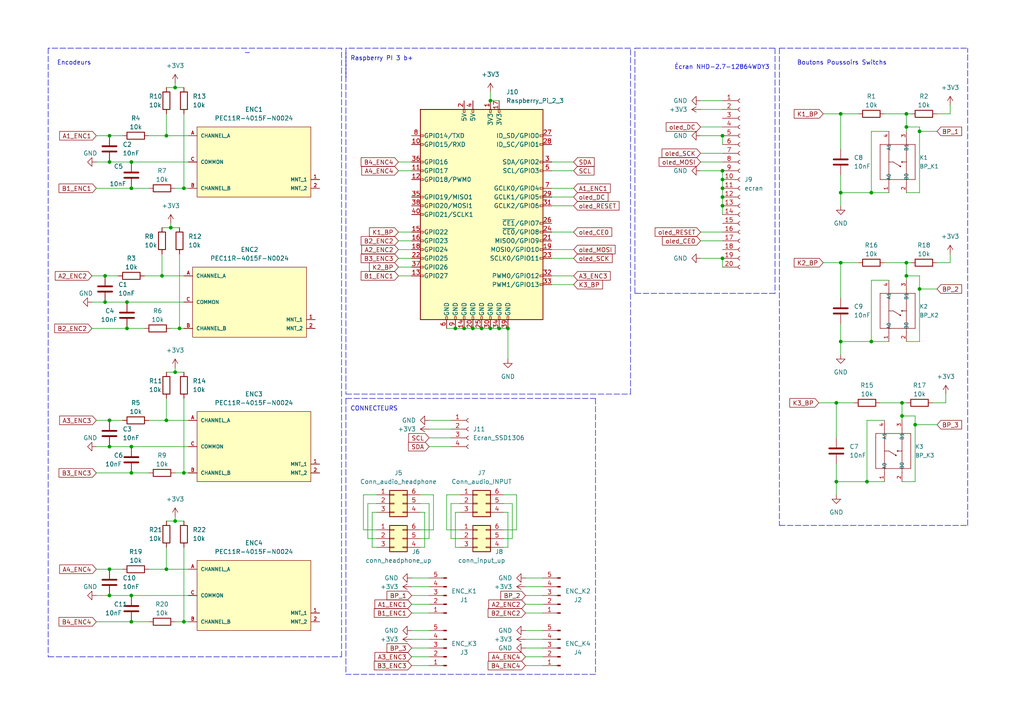
<source format=kicad_sch>
(kicad_sch (version 20211123) (generator eeschema)
  (paper "A4")
  (title_block (title "Syst Shield") (date "2022-05-24") (company "Damien Skoraki _  Les Usines"))
  (junction (at 242.57 116.84))
  (junction (at 243.84 99.06))
  (junction (at 38.1 46.99))
  (junction (at 261.62 120.65))
  (junction (at 30.48 80.01))
  (junction (at 209.55 54.61))
  (junction (at 262.89 36.83))
  (junction (at 144.78 95.25))
  (junction (at 209.55 49.53))
  (junction (at 251.46 139.7))
  (junction (at 48.26 39.37))
  (junction (at 38.1 137.16))
  (junction (at 53.34 180.34))
  (junction (at 209.55 59.69))
  (junction (at 48.26 121.92))
  (junction (at 243.84 55.88))
  (junction (at 31.75 172.72))
  (junction (at 134.62 95.25))
  (junction (at 147.32 95.25))
  (junction (at 30.48 87.63))
  (junction (at 50.8 151.13))
  (junction (at 262.89 76.2))
  (junction (at 252.73 55.88))
  (junction (at 142.24 95.25))
  (junction (at 31.75 165.1))
  (junction (at 265.43 123.19))
  (junction (at 31.75 46.99))
  (junction (at 46.99 80.01))
  (junction (at 209.55 39.37))
  (junction (at 261.62 116.84))
  (junction (at 252.73 99.06))
  (junction (at 209.55 52.07))
  (junction (at 142.24 29.21))
  (junction (at 50.8 25.4))
  (junction (at 209.55 74.93))
  (junction (at 52.07 95.25))
  (junction (at 50.8 107.95))
  (junction (at 38.1 172.72))
  (junction (at 49.53 66.04))
  (junction (at 31.75 121.92))
  (junction (at 209.55 57.15))
  (junction (at 38.1 180.34))
  (junction (at 242.57 139.7))
  (junction (at 36.83 95.25))
  (junction (at 38.1 54.61))
  (junction (at 266.7 38.1))
  (junction (at 243.84 33.02))
  (junction (at 31.75 129.54))
  (junction (at 137.16 95.25))
  (junction (at 48.26 165.1))
  (junction (at 38.1 129.54))
  (junction (at 53.34 54.61))
  (junction (at 53.34 137.16))
  (junction (at 262.89 80.01))
  (junction (at 262.89 33.02))
  (junction (at 243.84 76.2))
  (junction (at 132.08 95.25))
  (junction (at 36.83 87.63))
  (junction (at 266.7 83.82))
  (junction (at 31.75 39.37))
  (junction (at 139.7 95.25))
  (wire (pts (xy 133.35 143.51) (xy 129.54 143.51)))
  (wire (pts (xy 252.73 38.1) (xy 257.81 38.1)))
  (wire (pts (xy 152.4 170.18) (xy 157.48 170.18)))
  (wire (pts (xy 266.7 83.82) (xy 266.7 80.01)))
  (wire (pts (xy 124.46 124.46) (xy 130.81 124.46)))
  (wire (pts (xy 251.46 139.7) (xy 251.46 121.92)))
  (wire (pts (xy 243.84 76.2) (xy 248.92 76.2)))
  (wire (pts (xy 266.7 38.1) (xy 266.7 36.83)))
  (wire (pts (xy 132.08 95.25) (xy 134.62 95.25)))
  (wire (pts (xy 38.1 172.72) (xy 54.61 172.72)))
  (polyline (pts (xy 226.06 152.4) (xy 280.67 152.4)))
  (wire (pts (xy 31.75 39.37) (xy 35.56 39.37)))
  (wire (pts (xy 50.8 151.13) (xy 53.34 151.13)))
  (wire (pts (xy 152.4 167.64) (xy 157.48 167.64)))
  (wire (pts (xy 105.41 153.67) (xy 109.22 153.67)))
  (polyline (pts (xy 99.06 13.97) (xy 13.97 13.97)))
  (wire (pts (xy 257.81 99.06) (xy 252.73 99.06)))
  (wire (pts (xy 203.2 39.37) (xy 209.55 39.37)))
  (wire (pts (xy 115.57 67.31) (xy 119.38 67.31)))
  (wire (pts (xy 242.57 127) (xy 242.57 116.84)))
  (polyline (pts (xy 172.72 195.58) (xy 100.33 195.58)))
  (wire (pts (xy 38.1 46.99) (xy 54.61 46.99)))
  (wire (pts (xy 53.34 33.02) (xy 53.34 54.61)))
  (wire (pts (xy 115.57 69.85) (xy 119.38 69.85)))
  (wire (pts (xy 129.54 95.25) (xy 132.08 95.25)))
  (wire (pts (xy 50.8 24.13) (xy 50.8 25.4)))
  (wire (pts (xy 107.95 148.59) (xy 107.95 158.75)))
  (wire (pts (xy 256.54 139.7) (xy 251.46 139.7)))
  (polyline (pts (xy 71.12 15.24) (xy 72.39 15.24)))
  (wire (pts (xy 115.57 80.01) (xy 119.38 80.01)))
  (wire (pts (xy 38.1 129.54) (xy 54.61 129.54)))
  (wire (pts (xy 129.54 153.67) (xy 133.35 153.67)))
  (wire (pts (xy 105.41 143.51) (xy 105.41 153.67)))
  (wire (pts (xy 137.16 95.25) (xy 139.7 95.25)))
  (wire (pts (xy 144.78 95.25) (xy 147.32 95.25)))
  (wire (pts (xy 48.26 39.37) (xy 54.61 39.37)))
  (wire (pts (xy 146.05 156.21) (xy 148.59 156.21)))
  (polyline (pts (xy 13.97 190.5) (xy 99.06 190.5)))
  (polyline (pts (xy 13.97 13.97) (xy 13.97 190.5)))
  (wire (pts (xy 48.26 107.95) (xy 50.8 107.95)))
  (wire (pts (xy 271.78 76.2) (xy 275.59 76.2)))
  (wire (pts (xy 27.94 39.37) (xy 31.75 39.37)))
  (wire (pts (xy 146.05 158.75) (xy 147.32 158.75)))
  (wire (pts (xy 31.75 172.72) (xy 38.1 172.72)))
  (polyline (pts (xy 182.88 13.97) (xy 100.33 13.97)))
  (wire (pts (xy 203.2 69.85) (xy 209.55 69.85)))
  (wire (pts (xy 237.49 116.84) (xy 242.57 116.84)))
  (wire (pts (xy 243.84 86.36) (xy 243.84 76.2)))
  (wire (pts (xy 275.59 73.66) (xy 275.59 76.2)))
  (wire (pts (xy 209.55 49.53) (xy 209.55 52.07)))
  (wire (pts (xy 119.38 187.96) (xy 124.46 187.96)))
  (wire (pts (xy 209.55 57.15) (xy 209.55 59.69)))
  (wire (pts (xy 266.7 80.01) (xy 262.89 80.01)))
  (wire (pts (xy 252.73 99.06) (xy 252.73 81.28)))
  (wire (pts (xy 262.89 99.06) (xy 266.7 99.06)))
  (wire (pts (xy 262.89 36.83) (xy 262.89 33.02)))
  (wire (pts (xy 31.75 46.99) (xy 38.1 46.99)))
  (wire (pts (xy 242.57 143.51) (xy 242.57 139.7)))
  (wire (pts (xy 115.57 77.47) (xy 119.38 77.47)))
  (wire (pts (xy 160.02 46.99) (xy 166.37 46.99)))
  (wire (pts (xy 121.92 146.05) (xy 124.46 146.05)))
  (wire (pts (xy 262.89 81.28) (xy 262.89 80.01)))
  (wire (pts (xy 160.02 67.31) (xy 166.37 67.31)))
  (wire (pts (xy 119.38 177.8) (xy 124.46 177.8)))
  (wire (pts (xy 27.94 137.16) (xy 38.1 137.16)))
  (wire (pts (xy 266.7 99.06) (xy 266.7 83.82)))
  (wire (pts (xy 30.48 87.63) (xy 36.83 87.63)))
  (wire (pts (xy 160.02 57.15) (xy 166.37 57.15)))
  (wire (pts (xy 266.7 55.88) (xy 266.7 38.1)))
  (wire (pts (xy 130.81 156.21) (xy 133.35 156.21)))
  (wire (pts (xy 148.59 146.05) (xy 148.59 156.21)))
  (wire (pts (xy 265.43 123.19) (xy 265.43 120.65)))
  (wire (pts (xy 119.38 182.88) (xy 124.46 182.88)))
  (wire (pts (xy 50.8 180.34) (xy 53.34 180.34)))
  (wire (pts (xy 266.7 38.1) (xy 271.78 38.1)))
  (wire (pts (xy 257.81 55.88) (xy 252.73 55.88)))
  (wire (pts (xy 130.81 146.05) (xy 130.81 156.21)))
  (wire (pts (xy 49.53 66.04) (xy 52.07 66.04)))
  (wire (pts (xy 36.83 95.25) (xy 41.91 95.25)))
  (wire (pts (xy 152.4 172.72) (xy 157.48 172.72)))
  (wire (pts (xy 262.89 38.1) (xy 262.89 36.83)))
  (wire (pts (xy 261.62 120.65) (xy 261.62 116.84)))
  (wire (pts (xy 160.02 80.01) (xy 166.37 80.01)))
  (wire (pts (xy 142.24 26.67) (xy 142.24 29.21)))
  (wire (pts (xy 262.89 55.88) (xy 266.7 55.88)))
  (wire (pts (xy 43.18 165.1) (xy 48.26 165.1)))
  (wire (pts (xy 256.54 76.2) (xy 262.89 76.2)))
  (wire (pts (xy 43.18 121.92) (xy 48.26 121.92)))
  (polyline (pts (xy 100.33 115.57) (xy 172.72 115.57)))
  (wire (pts (xy 203.2 49.53) (xy 209.55 49.53)))
  (wire (pts (xy 152.4 185.42) (xy 157.48 185.42)))
  (wire (pts (xy 31.75 121.92) (xy 35.56 121.92)))
  (wire (pts (xy 209.55 52.07) (xy 209.55 54.61)))
  (polyline (pts (xy 226.06 13.97) (xy 226.06 152.4)))
  (wire (pts (xy 132.08 158.75) (xy 133.35 158.75)))
  (wire (pts (xy 46.99 80.01) (xy 53.34 80.01)))
  (wire (pts (xy 109.22 143.51) (xy 105.41 143.51)))
  (wire (pts (xy 243.84 59.69) (xy 243.84 55.88)))
  (wire (pts (xy 115.57 46.99) (xy 119.38 46.99)))
  (wire (pts (xy 26.67 80.01) (xy 30.48 80.01)))
  (wire (pts (xy 50.8 149.86) (xy 50.8 151.13)))
  (wire (pts (xy 203.2 46.99) (xy 209.55 46.99)))
  (wire (pts (xy 124.46 121.92) (xy 130.81 121.92)))
  (wire (pts (xy 275.59 30.48) (xy 275.59 33.02)))
  (wire (pts (xy 243.84 50.8) (xy 243.84 55.88)))
  (wire (pts (xy 52.07 73.66) (xy 52.07 95.25)))
  (polyline (pts (xy 100.33 15.24) (xy 100.33 114.3)))
  (wire (pts (xy 53.34 115.57) (xy 53.34 137.16)))
  (polyline (pts (xy 224.79 13.97) (xy 224.79 85.09)))
  (wire (pts (xy 152.4 182.88) (xy 157.48 182.88)))
  (wire (pts (xy 115.57 49.53) (xy 119.38 49.53)))
  (wire (pts (xy 271.78 33.02) (xy 275.59 33.02)))
  (wire (pts (xy 49.53 64.77) (xy 49.53 66.04)))
  (wire (pts (xy 38.1 54.61) (xy 43.18 54.61)))
  (wire (pts (xy 262.89 76.2) (xy 264.16 76.2)))
  (wire (pts (xy 27.94 180.34) (xy 38.1 180.34)))
  (wire (pts (xy 27.94 54.61) (xy 38.1 54.61)))
  (wire (pts (xy 203.2 36.83) (xy 209.55 36.83)))
  (wire (pts (xy 26.67 87.63) (xy 30.48 87.63)))
  (polyline (pts (xy 172.72 115.57) (xy 172.72 195.58)))
  (polyline (pts (xy 184.15 13.97) (xy 224.79 13.97)))
  (wire (pts (xy 266.7 83.82) (xy 271.78 83.82)))
  (wire (pts (xy 203.2 31.75) (xy 209.55 31.75)))
  (wire (pts (xy 26.67 95.25) (xy 36.83 95.25)))
  (wire (pts (xy 48.26 33.02) (xy 48.26 39.37)))
  (wire (pts (xy 31.75 129.54) (xy 38.1 129.54)))
  (wire (pts (xy 46.99 73.66) (xy 46.99 80.01)))
  (wire (pts (xy 124.46 146.05) (xy 124.46 156.21)))
  (wire (pts (xy 123.19 148.59) (xy 123.19 158.75)))
  (wire (pts (xy 160.02 74.93) (xy 166.37 74.93)))
  (polyline (pts (xy 182.88 114.3) (xy 182.88 13.97)))
  (wire (pts (xy 53.34 180.34) (xy 54.61 180.34)))
  (wire (pts (xy 49.53 95.25) (xy 52.07 95.25)))
  (wire (pts (xy 52.07 95.25) (xy 53.34 95.25)))
  (wire (pts (xy 152.4 175.26) (xy 157.48 175.26)))
  (wire (pts (xy 243.84 93.98) (xy 243.84 99.06)))
  (wire (pts (xy 48.26 25.4) (xy 50.8 25.4)))
  (wire (pts (xy 209.55 54.61) (xy 209.55 57.15)))
  (polyline (pts (xy 184.15 85.09) (xy 184.15 13.97)))
  (wire (pts (xy 261.62 139.7) (xy 265.43 139.7)))
  (wire (pts (xy 160.02 49.53) (xy 166.37 49.53)))
  (wire (pts (xy 146.05 148.59) (xy 147.32 148.59)))
  (wire (pts (xy 262.89 80.01) (xy 262.89 76.2)))
  (wire (pts (xy 243.84 55.88) (xy 252.73 55.88)))
  (wire (pts (xy 238.76 33.02) (xy 243.84 33.02)))
  (wire (pts (xy 243.84 33.02) (xy 248.92 33.02)))
  (wire (pts (xy 146.05 143.51) (xy 149.86 143.51)))
  (wire (pts (xy 50.8 137.16) (xy 53.34 137.16)))
  (wire (pts (xy 121.92 153.67) (xy 125.73 153.67)))
  (wire (pts (xy 147.32 95.25) (xy 147.32 104.14)))
  (wire (pts (xy 243.84 99.06) (xy 252.73 99.06)))
  (wire (pts (xy 50.8 25.4) (xy 53.34 25.4)))
  (wire (pts (xy 152.4 187.96) (xy 157.48 187.96)))
  (wire (pts (xy 115.57 72.39) (xy 119.38 72.39)))
  (wire (pts (xy 132.08 148.59) (xy 132.08 158.75)))
  (wire (pts (xy 43.18 39.37) (xy 48.26 39.37)))
  (wire (pts (xy 53.34 158.75) (xy 53.34 180.34)))
  (wire (pts (xy 121.92 143.51) (xy 125.73 143.51)))
  (wire (pts (xy 50.8 54.61) (xy 53.34 54.61)))
  (wire (pts (xy 242.57 134.62) (xy 242.57 139.7)))
  (wire (pts (xy 147.32 148.59) (xy 147.32 158.75)))
  (wire (pts (xy 209.55 39.37) (xy 209.55 41.91)))
  (wire (pts (xy 160.02 82.55) (xy 166.37 82.55)))
  (wire (pts (xy 119.38 185.42) (xy 124.46 185.42)))
  (wire (pts (xy 31.75 165.1) (xy 35.56 165.1)))
  (wire (pts (xy 119.38 172.72) (xy 124.46 172.72)))
  (wire (pts (xy 160.02 72.39) (xy 166.37 72.39)))
  (wire (pts (xy 48.26 115.57) (xy 48.26 121.92)))
  (wire (pts (xy 142.24 95.25) (xy 144.78 95.25)))
  (wire (pts (xy 274.32 114.3) (xy 274.32 116.84)))
  (polyline (pts (xy 280.67 152.4) (xy 280.67 13.97)))
  (wire (pts (xy 142.24 29.21) (xy 144.78 29.21)))
  (wire (pts (xy 27.94 172.72) (xy 31.75 172.72)))
  (polyline (pts (xy 100.33 13.97) (xy 100.33 22.86)))
  (polyline (pts (xy 99.06 190.5) (xy 99.06 13.97)))
  (wire (pts (xy 243.84 102.87) (xy 243.84 99.06)))
  (wire (pts (xy 203.2 67.31) (xy 209.55 67.31)))
  (wire (pts (xy 209.55 59.69) (xy 209.55 62.23)))
  (wire (pts (xy 152.4 193.04) (xy 157.48 193.04)))
  (wire (pts (xy 242.57 139.7) (xy 251.46 139.7)))
  (wire (pts (xy 36.83 87.63) (xy 53.34 87.63)))
  (wire (pts (xy 121.92 148.59) (xy 123.19 148.59)))
  (wire (pts (xy 107.95 158.75) (xy 109.22 158.75)))
  (wire (pts (xy 203.2 44.45) (xy 209.55 44.45)))
  (wire (pts (xy 50.8 106.68) (xy 50.8 107.95)))
  (wire (pts (xy 160.02 54.61) (xy 166.37 54.61)))
  (polyline (pts (xy 100.33 115.57) (xy 100.33 195.58)))
  (wire (pts (xy 109.22 148.59) (xy 107.95 148.59)))
  (wire (pts (xy 256.54 33.02) (xy 262.89 33.02)))
  (wire (pts (xy 106.68 146.05) (xy 106.68 156.21)))
  (wire (pts (xy 119.38 170.18) (xy 124.46 170.18)))
  (wire (pts (xy 121.92 158.75) (xy 123.19 158.75)))
  (wire (pts (xy 53.34 137.16) (xy 54.61 137.16)))
  (wire (pts (xy 266.7 36.83) (xy 262.89 36.83)))
  (wire (pts (xy 30.48 80.01) (xy 34.29 80.01)))
  (wire (pts (xy 124.46 127) (xy 130.81 127)))
  (wire (pts (xy 251.46 121.92) (xy 256.54 121.92)))
  (wire (pts (xy 115.57 74.93) (xy 119.38 74.93)))
  (wire (pts (xy 265.43 120.65) (xy 261.62 120.65)))
  (wire (pts (xy 265.43 123.19) (xy 271.78 123.19)))
  (polyline (pts (xy 226.06 13.97) (xy 280.67 13.97)))
  (wire (pts (xy 125.73 143.51) (xy 125.73 153.67)))
  (wire (pts (xy 41.91 80.01) (xy 46.99 80.01)))
  (wire (pts (xy 106.68 156.21) (xy 109.22 156.21)))
  (wire (pts (xy 53.34 54.61) (xy 54.61 54.61)))
  (wire (pts (xy 48.26 165.1) (xy 54.61 165.1)))
  (wire (pts (xy 203.2 74.93) (xy 209.55 74.93)))
  (wire (pts (xy 243.84 43.18) (xy 243.84 33.02)))
  (wire (pts (xy 146.05 146.05) (xy 148.59 146.05)))
  (wire (pts (xy 133.35 146.05) (xy 130.81 146.05)))
  (wire (pts (xy 261.62 116.84) (xy 262.89 116.84)))
  (wire (pts (xy 203.2 29.21) (xy 209.55 29.21)))
  (wire (pts (xy 119.38 193.04) (xy 124.46 193.04)))
  (wire (pts (xy 152.4 177.8) (xy 157.48 177.8)))
  (wire (pts (xy 134.62 95.25) (xy 137.16 95.25)))
  (wire (pts (xy 209.55 74.93) (xy 209.55 77.47)))
  (wire (pts (xy 109.22 146.05) (xy 106.68 146.05)))
  (wire (pts (xy 124.46 129.54) (xy 130.81 129.54)))
  (wire (pts (xy 27.94 165.1) (xy 31.75 165.1)))
  (wire (pts (xy 27.94 121.92) (xy 31.75 121.92)))
  (polyline (pts (xy 224.79 85.09) (xy 184.15 85.09)))
  (wire (pts (xy 255.27 116.84) (xy 261.62 116.84)))
  (wire (pts (xy 149.86 143.51) (xy 149.86 153.67)))
  (wire (pts (xy 160.02 59.69) (xy 166.37 59.69)))
  (wire (pts (xy 119.38 190.5) (xy 124.46 190.5)))
  (wire (pts (xy 48.26 121.92) (xy 54.61 121.92)))
  (wire (pts (xy 146.05 153.67) (xy 149.86 153.67)))
  (wire (pts (xy 46.99 66.04) (xy 49.53 66.04)))
  (wire (pts (xy 265.43 139.7) (xy 265.43 123.19)))
  (wire (pts (xy 121.92 156.21) (xy 124.46 156.21)))
  (wire (pts (xy 38.1 180.34) (xy 43.18 180.34)))
  (wire (pts (xy 119.38 167.64) (xy 124.46 167.64)))
  (wire (pts (xy 27.94 46.99) (xy 31.75 46.99)))
  (polyline (pts (xy 100.33 114.3) (xy 182.88 114.3)))
  (wire (pts (xy 262.89 33.02) (xy 264.16 33.02)))
  (wire (pts (xy 270.51 116.84) (xy 274.32 116.84)))
  (wire (pts (xy 252.73 81.28) (xy 257.81 81.28)))
  (wire (pts (xy 152.4 190.5) (xy 157.48 190.5)))
  (wire (pts (xy 238.76 76.2) (xy 243.84 76.2)))
  (wire (pts (xy 48.26 151.13) (xy 50.8 151.13)))
  (wire (pts (xy 119.38 175.26) (xy 124.46 175.26)))
  (wire (pts (xy 261.62 121.92) (xy 261.62 120.65)))
  (wire (pts (xy 48.26 158.75) (xy 48.26 165.1)))
  (wire (pts (xy 252.73 55.88) (xy 252.73 38.1)))
  (wire (pts (xy 242.57 116.84) (xy 247.65 116.84)))
  (wire (pts (xy 129.54 143.51) (xy 129.54 153.67)))
  (wire (pts (xy 38.1 137.16) (xy 43.18 137.16)))
  (wire (pts (xy 50.8 107.95) (xy 53.34 107.95)))
  (wire (pts (xy 139.7 95.25) (xy 142.24 95.25)))
  (wire (pts (xy 133.35 148.59) (xy 132.08 148.59)))
  (wire (pts (xy 27.94 129.54) (xy 31.75 129.54)))
  (text "Encodeurs\n" (at 16.51 19.05 0) (effects (font (size 1.27 1.27)) (justify left bottom)))
  (text "CONNECTEURS\n" (at 101.6 119.38 0) (effects (font (size 1.27 1.27)) (justify left bottom)))
  (text "Écran NHD-2.7-12864WDY3" (at 195.58 20.32 0) (effects (font (size 1.27 1.27)) (justify left bottom)))
  (text "Raspberry PI 3 b+\n" (at 101.6 17.78 0) (effects (font (size 1.27 1.27)) (justify left bottom)))
  (text "Boutons Poussoirs Switchs" (at 231.14 19.05 0) (effects (font (size 1.27 1.27)) (justify left bottom)))
  (global_label "BP_2" (shape input) (at 152.4 172.72 180) (property "Intersheet References" "${INTERSHEET_REFS}" (effects hide)))
  (global_label "B1_ENC1" (shape input) (at 27.94 54.61 180) (property "Intersheet References" "${INTERSHEET_REFS}" (effects hide)))
  (global_label "A1_ENC1" (shape input) (at 166.37 54.61 0) (property "Intersheet References" "${INTERSHEET_REFS}" (effects hide)))
  (global_label "A3_ENC3" (shape input) (at 27.94 121.92 180) (property "Intersheet References" "${INTERSHEET_REFS}" (effects hide)))
  (global_label "B2_ENC2" (shape input) (at 152.4 177.8 180) (property "Intersheet References" "${INTERSHEET_REFS}" (effects hide)))
  (global_label "SDA" (shape input) (at 124.46 129.54 180) (property "Intersheet References" "${INTERSHEET_REFS}" (effects hide)))
  (global_label "A1_ENC1" (shape input) (at 27.94 39.37 180) (property "Intersheet References" "${INTERSHEET_REFS}" (effects hide)))
  (global_label "K1_BP" (shape input) (at 115.57 67.31 180) (property "Intersheet References" "${INTERSHEET_REFS}" (effects hide)))
  (global_label "B2_ENC2" (shape input) (at 26.67 95.25 180) (property "Intersheet References" "${INTERSHEET_REFS}" (effects hide)))
  (global_label "SCL" (shape input) (at 166.37 49.53 0) (property "Intersheet References" "${INTERSHEET_REFS}" (effects hide)))
  (global_label "A3_ENC3" (shape input) (at 119.38 190.5 180) (property "Intersheet References" "${INTERSHEET_REFS}" (effects hide)))
  (global_label "A1_ENC1" (shape input) (at 119.38 175.26 180) (property "Intersheet References" "${INTERSHEET_REFS}" (effects hide)))
  (global_label "A2_ENC2" (shape input) (at 115.57 72.39 180) (property "Intersheet References" "${INTERSHEET_REFS}" (effects hide)))
  (global_label "B2_ENC2" (shape input) (at 115.57 69.85 180) (property "Intersheet References" "${INTERSHEET_REFS}" (effects hide)))
  (global_label "oled_SCK" (shape input) (at 166.37 74.93 0) (property "Intersheet References" "${INTERSHEET_REFS}" (effects hide)))
  (global_label "K3_BP" (shape input) (at 237.49 116.84 180) (property "Intersheet References" "${INTERSHEET_REFS}" (effects hide)))
  (global_label "B4_ENC4" (shape input) (at 152.4 193.04 180) (property "Intersheet References" "${INTERSHEET_REFS}" (effects hide)))
  (global_label "oled_DC" (shape input) (at 166.37 57.15 0) (property "Intersheet References" "${INTERSHEET_REFS}" (effects hide)))
  (global_label "K3_BP" (shape input) (at 166.37 82.55 0) (property "Intersheet References" "${INTERSHEET_REFS}" (effects hide)))
  (global_label "B1_ENC1" (shape input) (at 115.57 80.01 180) (property "Intersheet References" "${INTERSHEET_REFS}" (effects hide)))
  (global_label "A2_ENC2" (shape input) (at 152.4 175.26 180) (property "Intersheet References" "${INTERSHEET_REFS}" (effects hide)))
  (global_label "oled_CE0" (shape input) (at 203.2 69.85 180) (property "Intersheet References" "${INTERSHEET_REFS}" (effects hide)))
  (global_label "oled_MOSI" (shape input) (at 203.2 46.99 180) (property "Intersheet References" "${INTERSHEET_REFS}" (effects hide)))
  (global_label "K2_BP" (shape input) (at 238.76 76.2 180) (property "Intersheet References" "${INTERSHEET_REFS}" (effects hide)))
  (global_label "B3_ENC3" (shape input) (at 27.94 137.16 180) (property "Intersheet References" "${INTERSHEET_REFS}" (effects hide)))
  (global_label "B3_ENC3" (shape input) (at 115.57 74.93 180) (property "Intersheet References" "${INTERSHEET_REFS}" (effects hide)))
  (global_label "A4_ENC4" (shape input) (at 27.94 165.1 180) (property "Intersheet References" "${INTERSHEET_REFS}" (effects hide)))
  (global_label "A2_ENC2" (shape input) (at 26.67 80.01 180) (property "Intersheet References" "${INTERSHEET_REFS}" (effects hide)))
  (global_label "oled_RESET" (shape input) (at 166.37 59.69 0) (property "Intersheet References" "${INTERSHEET_REFS}" (effects hide)))
  (global_label "SDA" (shape input) (at 166.37 46.99 0) (property "Intersheet References" "${INTERSHEET_REFS}" (effects hide)))
  (global_label "oled_RESET" (shape input) (at 203.2 67.31 180) (property "Intersheet References" "${INTERSHEET_REFS}" (effects hide)))
  (global_label "B1_ENC1" (shape input) (at 119.38 177.8 180) (property "Intersheet References" "${INTERSHEET_REFS}" (effects hide)))
  (global_label "B3_ENC3" (shape input) (at 119.38 193.04 180) (property "Intersheet References" "${INTERSHEET_REFS}" (effects hide)))
  (global_label "A4_ENC4" (shape input) (at 115.57 49.53 180) (property "Intersheet References" "${INTERSHEET_REFS}" (effects hide)))
  (global_label "BP_1" (shape input) (at 271.78 38.1 0) (property "Intersheet References" "${INTERSHEET_REFS}" (effects hide)))
  (global_label "oled_SCK" (shape input) (at 203.2 44.45 180) (property "Intersheet References" "${INTERSHEET_REFS}" (effects hide)))
  (global_label "oled_CE0" (shape input) (at 166.37 67.31 0) (property "Intersheet References" "${INTERSHEET_REFS}" (effects hide)))
  (global_label "B4_ENC4" (shape input) (at 115.57 46.99 180) (property "Intersheet References" "${INTERSHEET_REFS}" (effects hide)))
  (global_label "A3_ENC3" (shape input) (at 166.37 80.01 0) (property "Intersheet References" "${INTERSHEET_REFS}" (effects hide)))
  (global_label "oled_MOSI" (shape input) (at 166.37 72.39 0) (property "Intersheet References" "${INTERSHEET_REFS}" (effects hide)))
  (global_label "BP_3" (shape input) (at 119.38 187.96 180) (property "Intersheet References" "${INTERSHEET_REFS}" (effects hide)))
  (global_label "A4_ENC4" (shape input) (at 152.4 190.5 180) (property "Intersheet References" "${INTERSHEET_REFS}" (effects hide)))
  (global_label "K2_BP" (shape input) (at 115.57 77.47 180) (property "Intersheet References" "${INTERSHEET_REFS}" (effects hide)))
  (global_label "BP_1" (shape input) (at 119.38 172.72 180) (property "Intersheet References" "${INTERSHEET_REFS}" (effects hide)))
  (global_label "K1_BP" (shape input) (at 238.76 33.02 180) (property "Intersheet References" "${INTERSHEET_REFS}" (effects hide)))
  (global_label "BP_3" (shape input) (at 271.78 123.19 0) (property "Intersheet References" "${INTERSHEET_REFS}" (effects hide)))
  (global_label "B4_ENC4" (shape input) (at 27.94 180.34 180) (property "Intersheet References" "${INTERSHEET_REFS}" (effects hide)))
  (global_label "oled_DC" (shape input) (at 203.2 36.83 180) (property "Intersheet References" "${INTERSHEET_REFS}" (effects hide)))
  (global_label "BP_2" (shape input) (at 271.78 83.82 0) (property "Intersheet References" "${INTERSHEET_REFS}" (effects hide)))
  (global_label "SCL" (shape input) (at 124.46 127 180) (property "Intersheet References" "${INTERSHEET_REFS}" (effects hide)))
  (symbol (lib_id "power:+3.3V") (at 142.24 26.67 0) (unit 1)
    (property "Reference" "#PWR0101" (effects hide))
    (property "Value" "+3.3V" (at 142.24 21.59 0))
  )
  (symbol (lib_id "Device:C") (at 38.1 50.8 180) (unit 1)
    (property "Reference" "C5" (at 33.02 48.26 0) (effects (justify right)))
    (property "Value" "10nF" (at 31.75 53.34 0) (effects (justify right)))
    (property "Footprint" "Capacitor_THT:C_Disc_D4.3mm_W1.9mm_P5.00mm" (effects hide))
  )
  (symbol (lib_id "power:GND") (at 203.2 74.93 270) (unit 1)
    (property "Reference" "#PWR0105" (effects hide))
    (property "Value" "GND" (at 199.39 74.9299 90) (effects (justify right)))
  )
  (symbol (lib_id "power:+3.3V") (at 50.8 149.86 0) (unit 1)
    (property "Reference" "#PWR0128" (effects hide))
    (property "Value" "+3.3V" (at 50.8 144.78 0))
  )
  (symbol (lib_id "power:+3.3V") (at 124.46 124.46 90) (unit 1)
    (property "Reference" "#PWR0120" (effects hide))
    (property "Value" "+3.3V" (at 120.65 124.4599 90) (effects (justify left)))
  )
  (symbol (lib_id "Device:R") (at 46.99 180.34 90) (unit 1)
    (property "Reference" "R20" (at 46.99 175.26 90))
    (property "Value" "10k" (at 46.99 177.8 90))
    (property "Footprint" "Resistor_THT:R_Axial_DIN0207_L6.3mm_D2.5mm_P10.16mm_Horizontal" (effects hide))
  )
  (symbol (lib_id "Device:R") (at 46.99 54.61 90) (unit 1)
    (property "Reference" "R7" (at 46.99 49.53 90))
    (property "Value" "10k" (at 46.99 52.07 90))
    (property "Footprint" "Resistor_THT:R_Axial_DIN0207_L6.3mm_D2.5mm_P10.16mm_Horizontal" (effects hide))
  )
  (symbol (lib_id "Device:R") (at 45.72 95.25 90) (unit 1)
    (property "Reference" "R6" (at 45.72 90.17 90))
    (property "Value" "10k" (at 45.72 92.71 90))
    (property "Footprint" "Resistor_THT:R_Axial_DIN0207_L6.3mm_D2.5mm_P10.16mm_Horizontal" (effects hide))
  )
  (symbol (lib_id "SeeedOPL-Switch:DIP-SWITCH-TACTILE-SPST-NO_TS-1109_4P-D6.0MM_") (at 260.35 46.99 90) (unit 1)
    (property "Reference" "K1" (at 266.7 45.72 90) (effects (font (size 1.143 1.143)) (justify right)))
    (property "Value" "BP_K1" (at 266.7 48.26 90) (effects (font (size 1.143 1.143)) (justify right)))
    (property "Footprint" "tactile_switch:SW_PUSH-12mm_Wuerth-430476085716" (effects hide))
    (property "SKU" "311020024" (effects hide))
  )
  (symbol (lib_id "power:GND") (at 152.4 167.64 270) (unit 1)
    (property "Reference" "#PWR0117" (effects hide))
    (property "Value" "GND" (at 148.59 167.6399 90) (effects (justify right)))
  )
  (symbol (lib_id "power:GND") (at 243.84 59.69 0) (unit 1)
    (property "Reference" "#PWR0122" (effects hide))
    (property "Value" "GND" (at 243.84 64.77 0))
  )
  (symbol (lib_id "power:+3.3V") (at 275.59 73.66 0) (unit 1)
    (property "Reference" "#PWR0124" (effects hide))
    (property "Value" "+3.3V" (at 275.59 68.58 0))
  )
  (symbol (lib_id "Connector:Conn_01x20_Female") (at 214.63 52.07 0) (unit 1)
    (property "Reference" "J9" (at 215.9 52.0699 0) (effects (justify left)))
    (property "Value" "ecran" (at 215.9 54.6099 0) (effects (justify left)))
    (property "Footprint" "Connector_PinHeader_2.54mm:PinHeader_1x20_P2.54mm_Vertical" (effects hide))
  )
  (symbol (lib_id "SeeedOPL-Switch:DIP-SWITCH-TACTILE-SPST-NO_TS-1109_4P-D6.0MM_") (at 260.35 90.17 90) (unit 1)
    (property "Reference" "K2" (at 266.7 88.9 90) (effects (font (size 1.143 1.143)) (justify right)))
    (property "Value" "BP_K2" (at 266.7 91.44 90) (effects (font (size 1.143 1.143)) (justify right)))
    (property "Footprint" "tactile_switch:SW_PUSH-12mm_Wuerth-430476085716" (effects hide))
    (property "SKU" "311020024" (effects hide))
  )
  (symbol (lib_id "Connector_Generic:Conn_02x03_Counter_Clockwise") (at 114.3 146.05 0) (unit 1)
    (property "Reference" "J5" (at 115.57 137.16 0))
    (property "Value" "Conn_audio_headphone" (at 115.57 139.7 0))
    (property "Footprint" "Connector_PinSocket_2.54mm:PinSocket_2x03_P2.54mm_Vertical" (effects hide))
  )
  (symbol (lib_id "Device:C") (at 31.75 168.91 180) (unit 1)
    (property "Reference" "C10" (at 35.56 167.6399 0) (effects (justify right)))
    (property "Value" "10nF" (at 35.56 170.1799 0) (effects (justify right)))
    (property "Footprint" "Capacitor_THT:C_Disc_D4.3mm_W1.9mm_P5.00mm" (effects hide))
  )
  (symbol (lib_id "Connector:Raspberry_Pi_2_3") (at 139.7 62.23 0) (unit 1)
    (property "Reference" "J10" (at 146.7994 26.67 0) (effects (justify left)))
    (property "Value" "Raspberry_Pi_2_3" (at 146.7994 29.21 0) (effects (justify left)))
    (property "Footprint" "Connector_PinHeader_2.54mm:PinHeader_2x20_P2.54mm_Vertical" (effects hide))
    (property "Datasheet" "https://www.raspberrypi.org/documentation/hardware/raspberrypi/schematics/rpi_SCH_3bplus_1p0_reduced.pdf" (effects hide))
  )
  (symbol (lib_id "Connector:Conn_01x04_Female") (at 135.89 124.46 0) (unit 1)
    (property "Reference" "J11" (at 137.16 124.4599 0) (effects (justify left)))
    (property "Value" "Ecran_SSD1306" (at 137.16 126.9999 0) (effects (justify left)))
    (property "Footprint" "Connector_PinSocket_2.54mm:PinSocket_1x04_P2.54mm_Vertical" (effects hide))
  )
  (symbol (lib_id "Device:C") (at 31.75 43.18 180) (unit 1)
    (property "Reference" "C2" (at 35.56 41.9099 0) (effects (justify right)))
    (property "Value" "10nF" (at 35.56 44.4499 0) (effects (justify right)))
    (property "Footprint" "Capacitor_THT:C_Disc_D4.3mm_W1.9mm_P5.00mm" (effects hide))
  )
  (symbol (lib_id "power:GND") (at 203.2 29.21 270) (unit 1)
    (property "Reference" "#PWR0103" (effects hide))
    (property "Value" "GND" (at 199.39 29.2099 90) (effects (justify right)))
  )
  (symbol (lib_id "Connector_Generic:Conn_02x03_Counter_Clockwise") (at 138.43 156.21 0) (unit 1)
    (property "Reference" "J8" (at 144.78 160.02 0))
    (property "Value" "conn_input_up" (at 139.7 162.56 0))
    (property "Footprint" "Connector_PinSocket_2.54mm:PinSocket_2x03_P2.54mm_Vertical" (effects hide))
  )
  (symbol (lib_id "power:+3.3V") (at 275.59 30.48 0) (unit 1)
    (property "Reference" "#PWR0123" (effects hide))
    (property "Value" "+3.3V" (at 275.59 25.4 0))
  )
  (symbol (lib_id "Device:R") (at 252.73 76.2 90) (unit 1)
    (property "Reference" "R16" (at 252.73 71.12 90))
    (property "Value" "10k" (at 252.73 73.66 90))
    (property "Footprint" "Resistor_THT:R_Axial_DIN0207_L6.3mm_D2.5mm_P10.16mm_Horizontal" (effects hide))
  )
  (symbol (lib_id "power:GND") (at 243.84 102.87 0) (unit 1)
    (property "Reference" "#PWR0127" (effects hide))
    (property "Value" "GND" (at 243.84 107.95 0))
  )
  (symbol (lib_id "Device:R") (at 38.1 80.01 90) (unit 1)
    (property "Reference" "R3" (at 38.1 74.93 90))
    (property "Value" "10k" (at 38.1 77.47 90))
    (property "Footprint" "Resistor_THT:R_Axial_DIN0207_L6.3mm_D2.5mm_P10.16mm_Horizontal" (effects hide))
  )
  (symbol (lib_id "power:GND") (at 242.57 143.51 0) (unit 1)
    (property "Reference" "#PWR0125" (effects hide))
    (property "Value" "GND" (at 242.57 148.59 0))
  )
  (symbol (lib_id "norns_enc:PEC11R-4015F-N0024") (at 52.07 39.37 0) (unit 1)
    (property "Reference" "ENC1" (at 73.66 31.75 0))
    (property "Value" "PEC11R-4015F-N0024" (at 73.66 34.29 0))
    (property "Footprint" "norns_enc:Bourns-PEC11R-4015F-N0024-MFG" (effects hide))
    (property "Datasheet" "https://www.bourns.com/docs/product-datasheets/pec11r.pdf?sfvrsn=bb617cbf_7" (effects hide))
    (property "automotive" "No" (effects hide))
    (property "category" "Enc" (effects hide))
    (property "current rating" "10mA" (effects hide))
    (property "detent" "No" (effects hide))
    (property "device class L1" "Electromechanical" (effects hide))
    (property "device class L2" "Switches" (effects hide))
    (property "device class L3" "Encoders" (effects hide))
    (property "digikey description" "ROTARY ENCODER MECHANICAL 24PPR" (effects hide))
    (property "digikey part number" "PEC11R-4015F-N0024-ND" (effects hide))
    (property "encoder type" "Incremental" (effects hide))
    (property "height" "22.3mm" (effects hide))
    (property "lead free" "Yes" (effects hide))
    (property "library id" "5eb90586fce7ecd6" (effects hide))
    (property "manufacturer" "Bourns" (effects hide))
    (property "mouser description" "Encoders 15mm SHAFT NO SWITCH" (effects hide))
    (property "mouser part number" "652-PEC11R-4015F-N24" (effects hide))
    (property "number of circuits" "1" (effects hide))
    (property "package" "PTH_ENC_12MM5_13MM4" (effects hide))
    (property "pulses per rev" "24" (effects hide))
    (property "rohs" "Yes" (effects hide))
    (property "temperature range high" "+70°C" (effects hide))
    (property "temperature range low" "-30°C" (effects hide))
    (property "voltage rating DC" "5V" (effects hide))
  )
  (symbol (lib_id "Device:C") (at 243.84 46.99 180) (unit 1)
    (property "Reference" "C8" (at 247.65 45.7199 0) (effects (justify right)))
    (property "Value" "10nF" (at 247.65 48.2599 0) (effects (justify right)))
    (property "Footprint" "Capacitor_THT:C_Disc_D4.3mm_W1.9mm_P5.00mm" (effects hide))
  )
  (symbol (lib_id "Device:R") (at 46.99 69.85 180) (unit 1)
    (property "Reference" "R8" (at 41.91 68.58 0) (effects (justify right)))
    (property "Value" "10k" (at 41.91 71.12 0) (effects (justify right)))
    (property "Footprint" "Resistor_THT:R_Axial_DIN0207_L6.3mm_D2.5mm_P10.16mm_Horizontal" (effects hide))
  )
  (symbol (lib_id "Device:C") (at 38.1 176.53 180) (unit 1)
    (property "Reference" "C11" (at 33.02 175.26 0) (effects (justify right)))
    (property "Value" "10nF" (at 30.48 177.8 0) (effects (justify right)))
    (property "Footprint" "Capacitor_THT:C_Disc_D4.3mm_W1.9mm_P5.00mm" (effects hide))
  )
  (symbol (lib_id "norns_enc:PEC11R-4015F-N0024") (at 52.07 165.1 0) (unit 1)
    (property "Reference" "ENC4" (at 73.66 157.48 0))
    (property "Value" "PEC11R-4015F-N0024" (at 73.66 160.02 0))
    (property "Footprint" "norns_enc:Bourns-PEC11R-4015F-N0024-MFG" (effects hide))
    (property "Datasheet" "https://www.bourns.com/docs/product-datasheets/pec11r.pdf?sfvrsn=bb617cbf_7" (effects hide))
    (property "automotive" "No" (effects hide))
    (property "category" "Enc" (effects hide))
    (property "current rating" "10mA" (effects hide))
    (property "detent" "No" (effects hide))
    (property "device class L1" "Electromechanical" (effects hide))
    (property "device class L2" "Switches" (effects hide))
    (property "device class L3" "Encoders" (effects hide))
    (property "digikey description" "ROTARY ENCODER MECHANICAL 24PPR" (effects hide))
    (property "digikey part number" "PEC11R-4015F-N0024-ND" (effects hide))
    (property "encoder type" "Incremental" (effects hide))
    (property "height" "22.3mm" (effects hide))
    (property "lead free" "Yes" (effects hide))
    (property "library id" "5eb90586fce7ecd6" (effects hide))
    (property "manufacturer" "Bourns" (effects hide))
    (property "mouser description" "Encoders 15mm SHAFT NO SWITCH" (effects hide))
    (property "mouser part number" "652-PEC11R-4015F-N24" (effects hide))
    (property "number of circuits" "1" (effects hide))
    (property "package" "PTH_ENC_12MM5_13MM4" (effects hide))
    (property "pulses per rev" "24" (effects hide))
    (property "rohs" "Yes" (effects hide))
    (property "temperature range high" "+70°C" (effects hide))
    (property "temperature range low" "-30°C" (effects hide))
    (property "voltage rating DC" "5V" (effects hide))
  )
  (symbol (lib_id "power:GND") (at 26.67 87.63 270) (unit 1)
    (property "Reference" "#PWR0113" (effects hide))
    (property "Value" "GND" (at 22.86 85.09 90) (effects (justify left)))
  )
  (symbol (lib_id "Connector:Conn_01x05_Male") (at 162.56 187.96 180) (unit 1)
    (property "Reference" "J4" (at 167.64 189.23 0))
    (property "Value" "ENC_K4" (at 167.64 186.69 0))
    (property "Footprint" "Connector_PinHeader_2.54mm:PinHeader_1x05_P2.54mm_Vertical" (effects hide))
  )
  (symbol (lib_id "power:+3.3V") (at 49.53 64.77 0) (unit 1)
    (property "Reference" "#PWR0111" (effects hide))
    (property "Value" "+3.3V" (at 49.53 59.69 0))
  )
  (symbol (lib_id "SeeedOPL-Switch:DIP-SWITCH-TACTILE-SPST-NO_TS-1109_4P-D6.0MM_") (at 259.08 130.81 90) (unit 1)
    (property "Reference" "K3" (at 265.43 129.54 90) (effects (font (size 1.143 1.143)) (justify right)))
    (property "Value" "BP_K3" (at 265.43 132.08 90) (effects (font (size 1.143 1.143)) (justify right)))
    (property "Footprint" "tactile_switch:SW_PUSH-12mm_Wuerth-430476085716" (effects hide))
    (property "SKU" "311020024" (effects hide))
  )
  (symbol (lib_id "power:+3.3V") (at 274.32 114.3 0) (unit 1)
    (property "Reference" "#PWR0126" (effects hide))
    (property "Value" "+3.3V" (at 274.32 109.22 0))
  )
  (symbol (lib_id "Device:R") (at 48.26 154.94 180) (unit 1)
    (property "Reference" "R21" (at 43.18 153.67 0) (effects (justify right)))
    (property "Value" "10k" (at 43.18 156.21 0) (effects (justify right)))
    (property "Footprint" "Resistor_THT:R_Axial_DIN0207_L6.3mm_D2.5mm_P10.16mm_Horizontal" (effects hide))
  )
  (symbol (lib_id "power:GND") (at 147.32 104.14 0) (unit 1)
    (property "Reference" "#PWR0102" (effects hide))
    (property "Value" "GND" (at 147.32 109.22 0))
  )
  (symbol (lib_id "norns_enc:PEC11R-4015F-N0024") (at 52.07 121.92 0) (unit 1)
    (property "Reference" "ENC3" (at 73.66 114.3 0))
    (property "Value" "PEC11R-4015F-N0024" (at 73.66 116.84 0))
    (property "Footprint" "norns_enc:Bourns-PEC11R-4015F-N0024-MFG" (effects hide))
    (property "Datasheet" "https://www.bourns.com/docs/product-datasheets/pec11r.pdf?sfvrsn=bb617cbf_7" (effects hide))
    (property "automotive" "No" (effects hide))
    (property "category" "Enc" (effects hide))
    (property "current rating" "10mA" (effects hide))
    (property "detent" "No" (effects hide))
    (property "device class L1" "Electromechanical" (effects hide))
    (property "device class L2" "Switches" (effects hide))
    (property "device class L3" "Encoders" (effects hide))
    (property "digikey description" "ROTARY ENCODER MECHANICAL 24PPR" (effects hide))
    (property "digikey part number" "PEC11R-4015F-N0024-ND" (effects hide))
    (property "encoder type" "Incremental" (effects hide))
    (property "height" "22.3mm" (effects hide))
    (property "lead free" "Yes" (effects hide))
    (property "library id" "5eb90586fce7ecd6" (effects hide))
    (property "manufacturer" "Bourns" (effects hide))
    (property "mouser description" "Encoders 15mm SHAFT NO SWITCH" (effects hide))
    (property "mouser part number" "652-PEC11R-4015F-N24" (effects hide))
    (property "number of circuits" "1" (effects hide))
    (property "package" "PTH_ENC_12MM5_13MM4" (effects hide))
    (property "pulses per rev" "24" (effects hide))
    (property "rohs" "Yes" (effects hide))
    (property "temperature range high" "+70°C" (effects hide))
    (property "temperature range low" "-30°C" (effects hide))
    (property "voltage rating DC" "5V" (effects hide))
  )
  (symbol (lib_id "Device:R") (at 267.97 33.02 90) (unit 1)
    (property "Reference" "R2" (at 267.97 27.94 90))
    (property "Value" "10k" (at 267.97 30.48 90))
    (property "Footprint" "Resistor_THT:R_Axial_DIN0207_L6.3mm_D2.5mm_P10.16mm_Horizontal" (effects hide))
  )
  (symbol (lib_id "power:+3.3V") (at 152.4 185.42 90) (unit 1)
    (property "Reference" "#PWR0131" (effects hide))
    (property "Value" "+3.3V" (at 148.59 185.4199 90) (effects (justify left)))
  )
  (symbol (lib_id "power:GND") (at 119.38 167.64 270) (unit 1)
    (property "Reference" "#PWR0108" (effects hide))
    (property "Value" "GND" (at 115.57 167.6399 90) (effects (justify right)))
  )
  (symbol (lib_id "power:+3.3V") (at 50.8 106.68 0) (unit 1)
    (property "Reference" "#PWR0110" (effects hide))
    (property "Value" "+3.3V" (at 50.8 101.6 0))
  )
  (symbol (lib_id "Device:R") (at 48.26 111.76 180) (unit 1)
    (property "Reference" "R11" (at 43.18 110.49 0) (effects (justify right)))
    (property "Value" "10k" (at 43.18 113.03 0) (effects (justify right)))
    (property "Footprint" "Resistor_THT:R_Axial_DIN0207_L6.3mm_D2.5mm_P10.16mm_Horizontal" (effects hide))
  )
  (symbol (lib_id "power:GND") (at 203.2 49.53 270) (unit 1)
    (property "Reference" "#PWR0107" (effects hide))
    (property "Value" "GND" (at 199.39 49.5299 90) (effects (justify right)))
  )
  (symbol (lib_id "Device:R") (at 53.34 111.76 180) (unit 1)
    (property "Reference" "R14" (at 55.88 110.4899 0) (effects (justify right)))
    (property "Value" "10k" (at 55.88 113.0299 0) (effects (justify right)))
    (property "Footprint" "Resistor_THT:R_Axial_DIN0207_L6.3mm_D2.5mm_P10.16mm_Horizontal" (effects hide))
  )
  (symbol (lib_id "Device:C") (at 30.48 83.82 180) (unit 1)
    (property "Reference" "C1" (at 34.29 82.5499 0) (effects (justify right)))
    (property "Value" "10nF" (at 34.29 85.0899 0) (effects (justify right)))
    (property "Footprint" "Capacitor_THT:C_Disc_D4.3mm_W1.9mm_P5.00mm" (effects hide))
  )
  (symbol (lib_id "Device:C") (at 243.84 90.17 180) (unit 1)
    (property "Reference" "C9" (at 247.65 88.8999 0) (effects (justify right)))
    (property "Value" "10nF" (at 247.65 91.4399 0) (effects (justify right)))
    (property "Footprint" "Capacitor_THT:C_Disc_D4.3mm_W1.9mm_P5.00mm" (effects hide))
  )
  (symbol (lib_id "Device:C") (at 38.1 133.35 180) (unit 1)
    (property "Reference" "C6" (at 33.02 132.08 0) (effects (justify right)))
    (property "Value" "10nF" (at 30.48 134.62 0) (effects (justify right)))
    (property "Footprint" "Capacitor_THT:C_Disc_D4.3mm_W1.9mm_P5.00mm" (effects hide))
  )
  (symbol (lib_id "power:GND") (at 27.94 46.99 270) (unit 1)
    (property "Reference" "#PWR0112" (effects hide))
    (property "Value" "GND" (at 24.13 44.45 90) (effects (justify left)))
  )
  (symbol (lib_id "Device:R") (at 252.73 33.02 90) (unit 1)
    (property "Reference" "R1" (at 252.73 27.94 90))
    (property "Value" "10k" (at 252.73 30.48 90))
    (property "Footprint" "Resistor_THT:R_Axial_DIN0207_L6.3mm_D2.5mm_P10.16mm_Horizontal" (effects hide))
  )
  (symbol (lib_id "Device:R") (at 39.37 39.37 90) (unit 1)
    (property "Reference" "R4" (at 39.37 34.29 90))
    (property "Value" "10k" (at 39.37 36.83 90))
    (property "Footprint" "Resistor_THT:R_Axial_DIN0207_L6.3mm_D2.5mm_P10.16mm_Horizontal" (effects hide))
  )
  (symbol (lib_id "power:GND") (at 152.4 182.88 270) (unit 1)
    (property "Reference" "#PWR0132" (effects hide))
    (property "Value" "GND" (at 148.59 182.8799 90) (effects (justify right)))
  )
  (symbol (lib_id "Device:R") (at 52.07 69.85 180) (unit 1)
    (property "Reference" "R12" (at 54.61 68.5799 0) (effects (justify right)))
    (property "Value" "10k" (at 54.61 71.1199 0) (effects (justify right)))
    (property "Footprint" "Resistor_THT:R_Axial_DIN0207_L6.3mm_D2.5mm_P10.16mm_Horizontal" (effects hide))
  )
  (symbol (lib_id "Device:R") (at 53.34 29.21 180) (unit 1)
    (property "Reference" "R13" (at 55.88 27.94 0) (effects (justify right)))
    (property "Value" "10k" (at 55.88 30.4799 0) (effects (justify right)))
    (property "Footprint" "Resistor_THT:R_Axial_DIN0207_L6.3mm_D2.5mm_P10.16mm_Horizontal" (effects hide))
  )
  (symbol (lib_id "Connector_Generic:Conn_02x03_Counter_Clockwise") (at 138.43 146.05 0) (unit 1)
    (property "Reference" "J7" (at 139.7 137.16 0))
    (property "Value" "Conn_audio_INPUT" (at 139.7 139.7 0))
    (property "Footprint" "Connector_PinSocket_2.54mm:PinSocket_2x03_P2.54mm_Vertical" (effects hide))
  )
  (symbol (lib_id "Connector:Conn_01x05_Male") (at 162.56 172.72 180) (unit 1)
    (property "Reference" "J2" (at 167.64 173.99 0))
    (property "Value" "ENC_K2" (at 167.64 171.45 0))
    (property "Footprint" "Connector_PinHeader_2.54mm:PinHeader_1x05_P2.54mm_Vertical" (effects hide))
  )
  (symbol (lib_id "power:+3.3V") (at 119.38 170.18 90) (unit 1)
    (property "Reference" "#PWR0109" (effects hide))
    (property "Value" "+3.3V" (at 115.57 170.1799 90) (effects (justify left)))
  )
  (symbol (lib_id "Device:R") (at 266.7 116.84 90) (unit 1)
    (property "Reference" "R17" (at 266.7 111.76 90))
    (property "Value" "10k" (at 266.7 114.3 90))
    (property "Footprint" "Resistor_THT:R_Axial_DIN0207_L6.3mm_D2.5mm_P10.16mm_Horizontal" (effects hide))
  )
  (symbol (lib_id "Device:R") (at 39.37 121.92 90) (unit 1)
    (property "Reference" "R5" (at 39.37 116.84 90))
    (property "Value" "10k" (at 39.37 119.38 90))
    (property "Footprint" "Resistor_THT:R_Axial_DIN0207_L6.3mm_D2.5mm_P10.16mm_Horizontal" (effects hide))
  )
  (symbol (lib_id "Device:R") (at 46.99 137.16 90) (unit 1)
    (property "Reference" "R9" (at 46.99 132.08 90))
    (property "Value" "10k" (at 46.99 134.62 90))
    (property "Footprint" "Resistor_THT:R_Axial_DIN0207_L6.3mm_D2.5mm_P10.16mm_Horizontal" (effects hide))
  )
  (symbol (lib_id "Device:R") (at 53.34 154.94 180) (unit 1)
    (property "Reference" "R22" (at 55.88 153.6699 0) (effects (justify right)))
    (property "Value" "10k" (at 55.88 156.2099 0) (effects (justify right)))
    (property "Footprint" "Resistor_THT:R_Axial_DIN0207_L6.3mm_D2.5mm_P10.16mm_Horizontal" (effects hide))
  )
  (symbol (lib_id "Device:R") (at 251.46 116.84 90) (unit 1)
    (property "Reference" "R15" (at 251.46 111.76 90))
    (property "Value" "10k" (at 251.46 114.3 90))
    (property "Footprint" "Resistor_THT:R_Axial_DIN0207_L6.3mm_D2.5mm_P10.16mm_Horizontal" (effects hide))
  )
  (symbol (lib_id "power:+3.3V") (at 50.8 24.13 0) (unit 1)
    (property "Reference" "#PWR0115" (effects hide))
    (property "Value" "+3.3V" (at 50.8 19.05 0))
  )
  (symbol (lib_id "power:+3.3V") (at 119.38 185.42 90) (unit 1)
    (property "Reference" "#PWR0119" (effects hide))
    (property "Value" "+3.3V" (at 115.57 185.4199 90) (effects (justify left)))
  )
  (symbol (lib_id "Device:C") (at 242.57 130.81 180) (unit 1)
    (property "Reference" "C7" (at 246.38 129.5399 0) (effects (justify right)))
    (property "Value" "10nF" (at 246.38 132.0799 0) (effects (justify right)))
    (property "Footprint" "Capacitor_THT:C_Disc_D4.3mm_W1.9mm_P5.00mm" (effects hide))
  )
  (symbol (lib_id "power:GND") (at 27.94 129.54 270) (unit 1)
    (property "Reference" "#PWR0114" (effects hide))
    (property "Value" "GND" (at 24.13 127 90) (effects (justify left)))
  )
  (symbol (lib_id "power:GND") (at 119.38 182.88 270) (unit 1)
    (property "Reference" "#PWR0118" (effects hide))
    (property "Value" "GND" (at 115.57 182.8799 90) (effects (justify right)))
  )
  (symbol (lib_id "Device:C") (at 31.75 125.73 180) (unit 1)
    (property "Reference" "C3" (at 35.56 124.4599 0) (effects (justify right)))
    (property "Value" "10nF" (at 35.56 126.9999 0) (effects (justify right)))
    (property "Footprint" "Capacitor_THT:C_Disc_D4.3mm_W1.9mm_P5.00mm" (effects hide))
  )
  (symbol (lib_id "norns_enc:PEC11R-4015F-N0024") (at 50.8 80.01 0) (unit 1)
    (property "Reference" "ENC2" (at 72.39 72.39 0))
    (property "Value" "PEC11R-4015F-N0024" (at 72.39 74.93 0))
    (property "Footprint" "norns_enc:Bourns-PEC11R-4015F-N0024-MFG" (effects hide))
    (property "Datasheet" "https://www.bourns.com/docs/product-datasheets/pec11r.pdf?sfvrsn=bb617cbf_7" (effects hide))
    (property "automotive" "No" (effects hide))
    (property "category" "Enc" (effects hide))
    (property "current rating" "10mA" (effects hide))
    (property "detent" "No" (effects hide))
    (property "device class L1" "Electromechanical" (effects hide))
    (property "device class L2" "Switches" (effects hide))
    (property "device class L3" "Encoders" (effects hide))
    (property "digikey description" "ROTARY ENCODER MECHANICAL 24PPR" (effects hide))
    (property "digikey part number" "PEC11R-4015F-N0024-ND" (effects hide))
    (property "encoder type" "Incremental" (effects hide))
    (property "height" "22.3mm" (effects hide))
    (property "lead free" "Yes" (effects hide))
    (property "library id" "5eb90586fce7ecd6" (effects hide))
    (property "manufacturer" "Bourns" (effects hide))
    (property "mouser description" "Encoders 15mm SHAFT NO SWITCH" (effects hide))
    (property "mouser part number" "652-PEC11R-4015F-N24" (effects hide))
    (property "number of circuits" "1" (effects hide))
    (property "package" "PTH_ENC_12MM5_13MM4" (effects hide))
    (property "pulses per rev" "24" (effects hide))
    (property "rohs" "Yes" (effects hide))
    (property "temperature range high" "+70°C" (effects hide))
    (property "temperature range low" "-30°C" (effects hide))
    (property "voltage rating DC" "5V" (effects hide))
  )
  (symbol (lib_id "Device:R") (at 267.97 76.2 90) (unit 1)
    (property "Reference" "R18" (at 267.97 71.12 90))
    (property "Value" "10k" (at 267.97 73.66 90))
    (property "Footprint" "Resistor_THT:R_Axial_DIN0207_L6.3mm_D2.5mm_P10.16mm_Horizontal" (effects hide))
  )
  (symbol (lib_id "Connector:Conn_01x05_Male") (at 129.54 187.96 180) (unit 1)
    (property "Reference" "J3" (at 134.62 189.23 0))
    (property "Value" "ENC_K3" (at 134.62 186.69 0))
    (property "Footprint" "Connector_PinHeader_2.54mm:PinHeader_1x05_P2.54mm_Vertical" (effects hide))
  )
  (symbol (lib_id "Device:R") (at 39.37 165.1 90) (unit 1)
    (property "Reference" "R19" (at 39.37 160.02 90))
    (property "Value" "10k" (at 39.37 162.56 90))
    (property "Footprint" "Resistor_THT:R_Axial_DIN0207_L6.3mm_D2.5mm_P10.16mm_Horizontal" (effects hide))
  )
  (symbol (lib_id "Device:C") (at 36.83 91.44 180) (unit 1)
    (property "Reference" "C4" (at 30.48 90.17 0) (effects (justify right)))
    (property "Value" "10nF" (at 29.21 92.71 0) (effects (justify right)))
    (property "Footprint" "Capacitor_THT:C_Disc_D4.3mm_W1.9mm_P5.00mm" (effects hide))
  )
  (symbol (lib_id "Device:R") (at 48.26 29.21 180) (unit 1)
    (property "Reference" "R10" (at 43.18 27.94 0) (effects (justify right)))
    (property "Value" "10k" (at 43.18 30.48 0) (effects (justify right)))
    (property "Footprint" "Resistor_THT:R_Axial_DIN0207_L6.3mm_D2.5mm_P10.16mm_Horizontal" (effects hide))
  )
  (symbol (lib_id "power:GND") (at 203.2 39.37 270) (unit 1)
    (property "Reference" "#PWR0106" (effects hide))
    (property "Value" "GND" (at 199.39 39.3699 90) (effects (justify right)))
  )
  (symbol (lib_id "power:GND") (at 124.46 121.92 270) (unit 1)
    (property "Reference" "#PWR0121" (effects hide))
    (property "Value" "GND" (at 120.65 121.9199 90) (effects (justify right)))
  )
  (symbol (lib_id "Connector_Generic:Conn_02x03_Counter_Clockwise") (at 114.3 156.21 0) (unit 1)
    (property "Reference" "J6" (at 120.65 160.02 0))
    (property "Value" "conn_headphone_up" (at 115.57 162.56 0))
    (property "Footprint" "Connector_PinSocket_2.54mm:PinSocket_2x03_P2.54mm_Vertical" (effects hide))
  )
  (symbol (lib_id "power:GND") (at 27.94 172.72 270) (unit 1)
    (property "Reference" "#PWR0129" (effects hide))
    (property "Value" "GND" (at 24.13 170.18 90) (effects (justify left)))
  )
  (symbol (lib_id "power:GND") (at 152.4 187.96 270) (unit 1)
    (property "Reference" "#PWR0130" (effects hide))
    (property "Value" "GND" (at 148.59 187.9599 90) (effects (justify right)))
  )
  (symbol (lib_id "Connector:Conn_01x05_Male") (at 129.54 172.72 180) (unit 1)
    (property "Reference" "J1" (at 134.62 173.99 0))
    (property "Value" "ENC_K1" (at 134.62 171.45 0))
    (property "Footprint" "Connector_PinHeader_2.54mm:PinHeader_1x05_P2.54mm_Vertical" (effects hide))
  )
  (symbol (lib_id "power:+3.3V") (at 152.4 170.18 90) (unit 1)
    (property "Reference" "#PWR0116" (effects hide))
    (property "Value" "+3.3V" (at 148.59 170.1799 90) (effects (justify left)))
  )
  (symbol (lib_id "power:+3.3V") (at 203.2 31.75 90) (unit 1)
    (property "Reference" "#PWR0104" (effects hide))
    (property "Value" "+3.3V" (at 199.39 31.7499 90) (effects (justify left)))
  )
)
</source>
